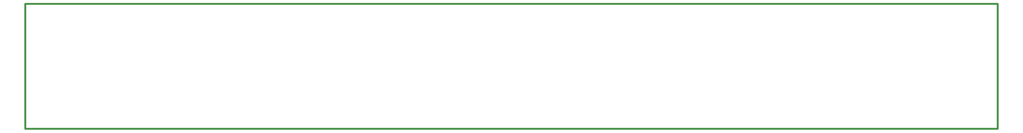
<source format=gko>
%FSTAX24Y24*%
%MOIN*%
%SFA1B1*%

%IPPOS*%
%ADD10C,0.020000*%
%LNregistradores-1*%
%LPD*%
G54D10*
X1Y0D02*
Y0129D01*
X0D02*
X1D01*
X0Y0D02*
Y0129D01*
Y0D02*
X1D01*
M02*
</source>
